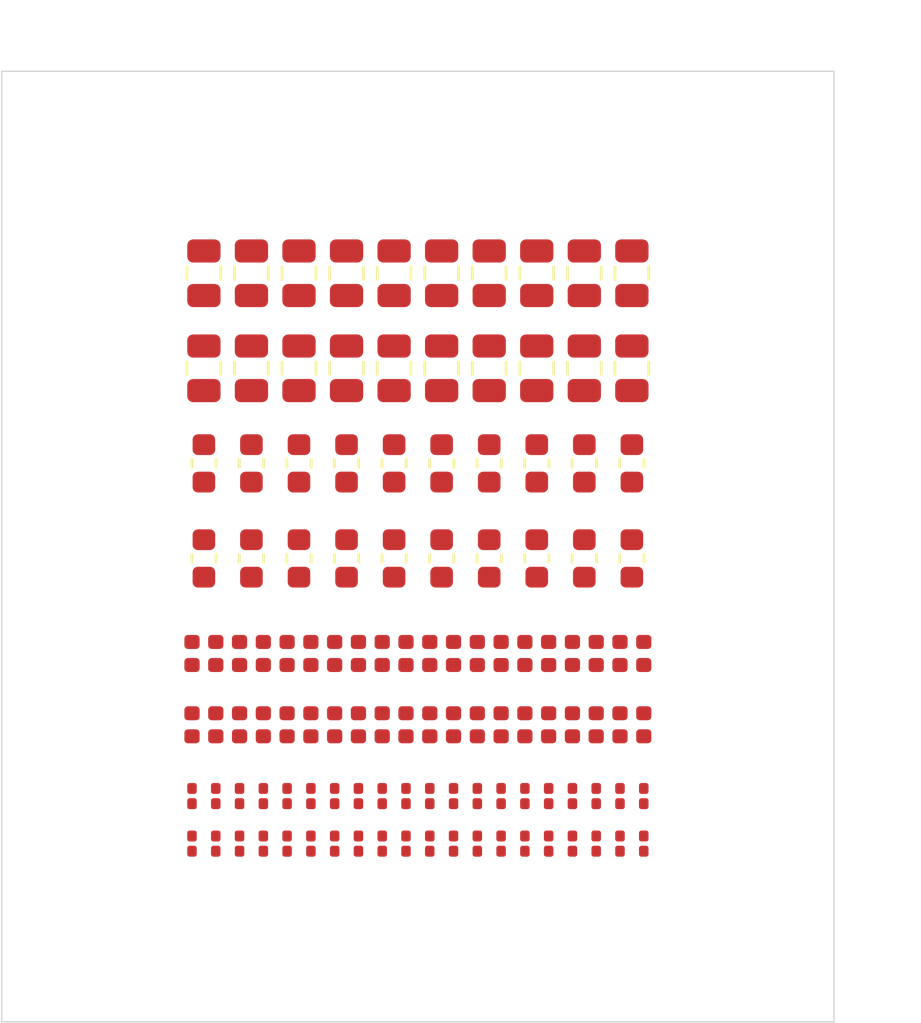
<source format=kicad_pcb>
(kicad_pcb (version 20171130) (host pcbnew "(5.1.6-0-10_14)")
  (layers (0 F.Cu signal) (31 B.Cu signal) (34 B.Paste user hide) (35 F.Paste user hide) (36 B.SilkS user hide) (37 F.SilkS user hide) (38 B.Mask user) (39 F.Mask user) (44 Edge.Cuts user))
  (net 0 "")
  (net 1 "Net-(C1-Pad2)")
  (net 2 "Net-(C1-Pad1)")
  (net 3 "Net-(C2-Pad2)")
  (net 4 "Net-(C2-Pad1)")
  (net 5 "Net-(C3-Pad2)")
  (net 6 "Net-(C3-Pad1)")
  (net 7 "Net-(C4-Pad2)")
  (net 8 "Net-(C4-Pad1)")
  (net 9 "Net-(C5-Pad2)")
  (net 10 "Net-(C5-Pad1)")
  (net 11 "Net-(C6-Pad2)")
  (net 12 "Net-(C6-Pad1)")
  (net 13 "Net-(C7-Pad2)")
  (net 14 "Net-(C7-Pad1)")
  (net 15 "Net-(C8-Pad2)")
  (net 16 "Net-(C8-Pad1)")
  (net 17 "Net-(C9-Pad2)")
  (net 18 "Net-(C9-Pad1)")
  (net 19 "Net-(C10-Pad2)")
  (net 20 "Net-(C10-Pad1)")
  (net 21 "Net-(C11-Pad2)")
  (net 22 "Net-(C11-Pad1)")
  (net 23 "Net-(C12-Pad2)")
  (net 24 "Net-(C12-Pad1)")
  (net 25 "Net-(C13-Pad2)")
  (net 26 "Net-(C13-Pad1)")
  (net 27 "Net-(C14-Pad2)")
  (net 28 "Net-(C14-Pad1)")
  (net 29 "Net-(C15-Pad2)")
  (net 30 "Net-(C15-Pad1)")
  (net 31 "Net-(C16-Pad2)")
  (net 32 "Net-(C16-Pad1)")
  (net 33 "Net-(C17-Pad2)")
  (net 34 "Net-(C17-Pad1)")
  (net 35 "Net-(C18-Pad2)")
  (net 36 "Net-(C18-Pad1)")
  (net 37 "Net-(C19-Pad2)")
  (net 38 "Net-(C19-Pad1)")
  (net 39 "Net-(C20-Pad2)")
  (net 40 "Net-(C20-Pad1)")
  (net 41 "Net-(C21-Pad2)")
  (net 42 "Net-(C21-Pad1)")
  (net 43 "Net-(C22-Pad2)")
  (net 44 "Net-(C22-Pad1)")
  (net 45 "Net-(C23-Pad2)")
  (net 46 "Net-(C23-Pad1)")
  (net 47 "Net-(C24-Pad2)")
  (net 48 "Net-(C24-Pad1)")
  (net 49 "Net-(C25-Pad2)")
  (net 50 "Net-(C25-Pad1)")
  (net 51 "Net-(C26-Pad2)")
  (net 52 "Net-(C26-Pad1)")
  (net 53 "Net-(C27-Pad2)")
  (net 54 "Net-(C27-Pad1)")
  (net 55 "Net-(C28-Pad2)")
  (net 56 "Net-(C28-Pad1)")
  (net 57 "Net-(C29-Pad2)")
  (net 58 "Net-(C29-Pad1)")
  (net 59 "Net-(C30-Pad2)")
  (net 60 "Net-(C30-Pad1)")
  (net 61 "Net-(C31-Pad2)")
  (net 62 "Net-(C31-Pad1)")
  (net 63 "Net-(C32-Pad2)")
  (net 64 "Net-(C32-Pad1)")
  (net 65 "Net-(C33-Pad2)")
  (net 66 "Net-(C33-Pad1)")
  (net 67 "Net-(C34-Pad2)")
  (net 68 "Net-(C34-Pad1)")
  (net 69 "Net-(C35-Pad2)")
  (net 70 "Net-(C35-Pad1)")
  (net 71 "Net-(C36-Pad2)")
  (net 72 "Net-(C36-Pad1)")
  (net 73 "Net-(C37-Pad2)")
  (net 74 "Net-(C37-Pad1)")
  (net 75 "Net-(C38-Pad2)")
  (net 76 "Net-(C38-Pad1)")
  (net 77 "Net-(C39-Pad2)")
  (net 78 "Net-(C39-Pad1)")
  (net 79 "Net-(C40-Pad2)")
  (net 80 "Net-(C40-Pad1)")
  (net 81 "Net-(C41-Pad2)")
  (net 82 "Net-(C41-Pad1)")
  (net 83 "Net-(C42-Pad2)")
  (net 84 "Net-(C42-Pad1)")
  (net 85 "Net-(C43-Pad2)")
  (net 86 "Net-(C43-Pad1)")
  (net 87 "Net-(C44-Pad2)")
  (net 88 "Net-(C44-Pad1)")
  (net 89 "Net-(C45-Pad2)")
  (net 90 "Net-(C45-Pad1)")
  (net 91 "Net-(C46-Pad2)")
  (net 92 "Net-(C46-Pad1)")
  (net 93 "Net-(C47-Pad2)")
  (net 94 "Net-(C47-Pad1)")
  (net 95 "Net-(C48-Pad2)")
  (net 96 "Net-(C48-Pad1)")
  (net 97 "Net-(C49-Pad2)")
  (net 98 "Net-(C49-Pad1)")
  (net 99 "Net-(C50-Pad2)")
  (net 100 "Net-(C50-Pad1)")
  (net 101 "Net-(C51-Pad2)")
  (net 102 "Net-(C51-Pad1)")
  (net 103 "Net-(C52-Pad2)")
  (net 104 "Net-(C52-Pad1)")
  (net 105 "Net-(C53-Pad2)")
  (net 106 "Net-(C53-Pad1)")
  (net 107 "Net-(C54-Pad2)")
  (net 108 "Net-(C54-Pad1)")
  (net 109 "Net-(C55-Pad2)")
  (net 110 "Net-(C55-Pad1)")
  (net 111 "Net-(C56-Pad2)")
  (net 112 "Net-(C56-Pad1)")
  (net 113 "Net-(C57-Pad2)")
  (net 114 "Net-(C57-Pad1)")
  (net 115 "Net-(C58-Pad2)")
  (net 116 "Net-(C58-Pad1)")
  (net 117 "Net-(C59-Pad2)")
  (net 118 "Net-(C59-Pad1)")
  (net 119 "Net-(C60-Pad2)")
  (net 120 "Net-(C60-Pad1)")
  (net 121 "Net-(C61-Pad2)")
  (net 122 "Net-(C61-Pad1)")
  (net 123 "Net-(C62-Pad2)")
  (net 124 "Net-(C62-Pad1)")
  (net 125 "Net-(C63-Pad2)")
  (net 126 "Net-(C63-Pad1)")
  (net 127 "Net-(C64-Pad2)")
  (net 128 "Net-(C64-Pad1)")
  (net 129 "Net-(C65-Pad2)")
  (net 130 "Net-(C65-Pad1)")
  (net 131 "Net-(C66-Pad2)")
  (net 132 "Net-(C66-Pad1)")
  (net 133 "Net-(C67-Pad2)")
  (net 134 "Net-(C67-Pad1)")
  (net 135 "Net-(C68-Pad2)")
  (net 136 "Net-(C68-Pad1)")
  (net 137 "Net-(C69-Pad2)")
  (net 138 "Net-(C69-Pad1)")
  (net 139 "Net-(C70-Pad2)")
  (net 140 "Net-(C70-Pad1)")
  (net 141 "Net-(C71-Pad2)")
  (net 142 "Net-(C71-Pad1)")
  (net 143 "Net-(C72-Pad2)")
  (net 144 "Net-(C72-Pad1)")
  (net 145 "Net-(C73-Pad2)")
  (net 146 "Net-(C73-Pad1)")
  (net 147 "Net-(C74-Pad2)")
  (net 148 "Net-(C74-Pad1)")
  (net 149 "Net-(C75-Pad2)")
  (net 150 "Net-(C75-Pad1)")
  (net 151 "Net-(C76-Pad2)")
  (net 152 "Net-(C76-Pad1)")
  (net 153 "Net-(C77-Pad2)")
  (net 154 "Net-(C77-Pad1)")
  (net 155 "Net-(C78-Pad2)")
  (net 156 "Net-(C78-Pad1)")
  (net 157 "Net-(C79-Pad2)")
  (net 158 "Net-(C79-Pad1)")
  (net 159 "Net-(C80-Pad2)")
  (net 160 "Net-(C80-Pad1)")
  (net 161 "Net-(C81-Pad2)")
  (net 162 "Net-(C81-Pad1)")
  (net 163 "Net-(C82-Pad2)")
  (net 164 "Net-(C82-Pad1)")
  (net 165 "Net-(C83-Pad2)")
  (net 166 "Net-(C83-Pad1)")
  (net 167 "Net-(C84-Pad2)")
  (net 168 "Net-(C84-Pad1)")
  (net 169 "Net-(C85-Pad2)")
  (net 170 "Net-(C85-Pad1)")
  (net 171 "Net-(C86-Pad2)")
  (net 172 "Net-(C86-Pad1)")
  (net 173 "Net-(C87-Pad2)")
  (net 174 "Net-(C87-Pad1)")
  (net 175 "Net-(C88-Pad2)")
  (net 176 "Net-(C88-Pad1)")
  (net 177 "Net-(C89-Pad2)")
  (net 178 "Net-(C89-Pad1)")
  (net 179 "Net-(C90-Pad2)")
  (net 180 "Net-(C90-Pad1)")
  (net 181 "Net-(C91-Pad2)")
  (net 182 "Net-(C91-Pad1)")
  (net 183 "Net-(C92-Pad2)")
  (net 184 "Net-(C92-Pad1)")
  (net 185 "Net-(C93-Pad2)")
  (net 186 "Net-(C93-Pad1)")
  (net 187 "Net-(C94-Pad2)")
  (net 188 "Net-(C94-Pad1)")
  (net 189 "Net-(C95-Pad2)")
  (net 190 "Net-(C95-Pad1)")
  (net 191 "Net-(C96-Pad2)")
  (net 192 "Net-(C96-Pad1)")
  (net 193 "Net-(C97-Pad2)")
  (net 194 "Net-(C97-Pad1)")
  (net 195 "Net-(C98-Pad2)")
  (net 196 "Net-(C98-Pad1)")
  (net 197 "Net-(C99-Pad2)")
  (net 198 "Net-(C99-Pad1)")
  (net 199 "Net-(C100-Pad2)")
  (net 200 "Net-(C100-Pad1)")
  (net 201 "Net-(C101-Pad2)")
  (net 202 "Net-(C101-Pad1)")
  (net 203 "Net-(C102-Pad2)")
  (net 204 "Net-(C102-Pad1)")
  (net 205 "Net-(C103-Pad2)")
  (net 206 "Net-(C103-Pad1)")
  (net 207 "Net-(C104-Pad2)")
  (net 208 "Net-(C104-Pad1)")
  (net 209 "Net-(C105-Pad2)")
  (net 210 "Net-(C105-Pad1)")
  (net 211 "Net-(C106-Pad2)")
  (net 212 "Net-(C106-Pad1)")
  (net 213 "Net-(C107-Pad2)")
  (net 214 "Net-(C107-Pad1)")
  (net 215 "Net-(C108-Pad2)")
  (net 216 "Net-(C108-Pad1)")
  (net 217 "Net-(C109-Pad2)")
  (net 218 "Net-(C109-Pad1)")
  (net 219 "Net-(C110-Pad2)")
  (net 220 "Net-(C110-Pad1)")
  (net 221 "Net-(C111-Pad2)")
  (net 222 "Net-(C111-Pad1)")
  (net 223 "Net-(C112-Pad2)")
  (net 224 "Net-(C112-Pad1)")
  (net 225 "Net-(C113-Pad2)")
  (net 226 "Net-(C113-Pad1)")
  (net 227 "Net-(C114-Pad2)")
  (net 228 "Net-(C114-Pad1)")
  (net 229 "Net-(C115-Pad2)")
  (net 230 "Net-(C115-Pad1)")
  (net 231 "Net-(C116-Pad2)")
  (net 232 "Net-(C116-Pad1)")
  (net 233 "Net-(C117-Pad2)")
  (net 234 "Net-(C117-Pad1)")
  (net 235 "Net-(C118-Pad2)")
  (net 236 "Net-(C118-Pad1)")
  (net 237 "Net-(C119-Pad2)")
  (net 238 "Net-(C119-Pad1)")
  (net 239 "Net-(C120-Pad2)")
  (net 240 "Net-(C120-Pad1)")
  (module Capacitor_SMD:C_0201_0603Metric (layer F.Cu) (at 141.5 93 270)
    (fp_text reference C120 hide)
    (fp_text value 100n hide)
    (pad 2 smd roundrect (at 0.32 0 270) (size 0.46 0.4) (layers F.Cu F.Mask) (net 239 "Net-(C120-Pad2)"))
    (pad 1 smd roundrect (at -0.32 0 270) (size 0.46 0.4) (layers F.Cu F.Mask) (net 240 "Net-(C120-Pad1)"))
  )
  (module Capacitor_SMD:C_0201_0603Metric (layer F.Cu) (at 140.5 93 270)
    (fp_text reference C119 hide)
    (fp_text value 100n hide)
    (pad 2 smd roundrect (at 0.32 0 270) (size 0.46 0.4) (layers F.Cu F.Mask) (net 237 "Net-(C119-Pad2)"))
    (pad 1 smd roundrect (at -0.32 0 270) (size 0.46 0.4) (layers F.Cu F.Mask) (net 238 "Net-(C119-Pad1)"))
  )
  (module Capacitor_SMD:C_0201_0603Metric (layer F.Cu) (at 139.5 93 270)
    (fp_text reference C118 hide)
    (fp_text value 100n hide)
    (pad 2 smd roundrect (at 0.32 0 270) (size 0.46 0.4) (layers F.Cu F.Mask) (net 235 "Net-(C118-Pad2)"))
    (pad 1 smd roundrect (at -0.32 0 270) (size 0.46 0.4) (layers F.Cu F.Mask) (net 236 "Net-(C118-Pad1)"))
  )
  (module Capacitor_SMD:C_0201_0603Metric (layer F.Cu) (at 138.5 93 270)
    (fp_text reference C117 hide)
    (fp_text value 100n hide)
    (pad 2 smd roundrect (at 0.32 0 270) (size 0.46 0.4) (layers F.Cu F.Mask) (net 233 "Net-(C117-Pad2)"))
    (pad 1 smd roundrect (at -0.32 0 270) (size 0.46 0.4) (layers F.Cu F.Mask) (net 234 "Net-(C117-Pad1)"))
  )
  (module Capacitor_SMD:C_0201_0603Metric (layer F.Cu) (at 137.5 93 270)
    (fp_text reference C116 hide)
    (fp_text value 100n hide)
    (pad 2 smd roundrect (at 0.32 0 270) (size 0.46 0.4) (layers F.Cu F.Mask) (net 231 "Net-(C116-Pad2)"))
    (pad 1 smd roundrect (at -0.32 0 270) (size 0.46 0.4) (layers F.Cu F.Mask) (net 232 "Net-(C116-Pad1)"))
  )
  (module Capacitor_SMD:C_0201_0603Metric (layer F.Cu) (at 136.5 93 270)
    (fp_text reference C115 hide)
    (fp_text value 100n hide)
    (pad 2 smd roundrect (at 0.32 0 270) (size 0.46 0.4) (layers F.Cu F.Mask) (net 229 "Net-(C115-Pad2)"))
    (pad 1 smd roundrect (at -0.32 0 270) (size 0.46 0.4) (layers F.Cu F.Mask) (net 230 "Net-(C115-Pad1)"))
  )
  (module Capacitor_SMD:C_0201_0603Metric (layer F.Cu) (at 135.5 93 270)
    (fp_text reference C114 hide)
    (fp_text value 100n hide)
    (pad 2 smd roundrect (at 0.32 0 270) (size 0.46 0.4) (layers F.Cu F.Mask) (net 227 "Net-(C114-Pad2)"))
    (pad 1 smd roundrect (at -0.32 0 270) (size 0.46 0.4) (layers F.Cu F.Mask) (net 228 "Net-(C114-Pad1)"))
  )
  (module Capacitor_SMD:C_0201_0603Metric (layer F.Cu) (at 134.5 93 270)
    (fp_text reference C113 hide)
    (fp_text value 100n hide)
    (pad 2 smd roundrect (at 0.32 0 270) (size 0.46 0.4) (layers F.Cu F.Mask) (net 225 "Net-(C113-Pad2)"))
    (pad 1 smd roundrect (at -0.32 0 270) (size 0.46 0.4) (layers F.Cu F.Mask) (net 226 "Net-(C113-Pad1)"))
  )
  (module Capacitor_SMD:C_0201_0603Metric (layer F.Cu) (at 133.5 93 270)
    (fp_text reference C112 hide)
    (fp_text value 100n hide)
    (pad 2 smd roundrect (at 0.32 0 270) (size 0.46 0.4) (layers F.Cu F.Mask) (net 223 "Net-(C112-Pad2)"))
    (pad 1 smd roundrect (at -0.32 0 270) (size 0.46 0.4) (layers F.Cu F.Mask) (net 224 "Net-(C112-Pad1)"))
  )
  (module Capacitor_SMD:C_0201_0603Metric (layer F.Cu) (at 132.5 93 270)
    (fp_text reference C111 hide)
    (fp_text value 100n hide)
    (pad 2 smd roundrect (at 0.32 0 270) (size 0.46 0.4) (layers F.Cu F.Mask) (net 221 "Net-(C111-Pad2)"))
    (pad 1 smd roundrect (at -0.32 0 270) (size 0.46 0.4) (layers F.Cu F.Mask) (net 222 "Net-(C111-Pad1)"))
  )
  (module Capacitor_SMD:C_0201_0603Metric (layer F.Cu) (at 131.5 93 270)
    (fp_text reference C110 hide)
    (fp_text value 100n hide)
    (pad 2 smd roundrect (at 0.32 0 270) (size 0.46 0.4) (layers F.Cu F.Mask) (net 219 "Net-(C110-Pad2)"))
    (pad 1 smd roundrect (at -0.32 0 270) (size 0.46 0.4) (layers F.Cu F.Mask) (net 220 "Net-(C110-Pad1)"))
  )
  (module Capacitor_SMD:C_0201_0603Metric (layer F.Cu) (at 130.5 93 270)
    (fp_text reference C109 hide)
    (fp_text value 100n hide)
    (pad 2 smd roundrect (at 0.32 0 270) (size 0.46 0.4) (layers F.Cu F.Mask) (net 217 "Net-(C109-Pad2)"))
    (pad 1 smd roundrect (at -0.32 0 270) (size 0.46 0.4) (layers F.Cu F.Mask) (net 218 "Net-(C109-Pad1)"))
  )
  (module Capacitor_SMD:C_0201_0603Metric (layer F.Cu) (at 129.5 93 270)
    (fp_text reference C108 hide)
    (fp_text value 100n hide)
    (pad 2 smd roundrect (at 0.32 0 270) (size 0.46 0.4) (layers F.Cu F.Mask) (net 215 "Net-(C108-Pad2)"))
    (pad 1 smd roundrect (at -0.32 0 270) (size 0.46 0.4) (layers F.Cu F.Mask) (net 216 "Net-(C108-Pad1)"))
  )
  (module Capacitor_SMD:C_0201_0603Metric (layer F.Cu) (at 128.5 93 270)
    (fp_text reference C107 hide)
    (fp_text value 100n hide)
    (pad 2 smd roundrect (at 0.32 0 270) (size 0.46 0.4) (layers F.Cu F.Mask) (net 213 "Net-(C107-Pad2)"))
    (pad 1 smd roundrect (at -0.32 0 270) (size 0.46 0.4) (layers F.Cu F.Mask) (net 214 "Net-(C107-Pad1)"))
  )
  (module Capacitor_SMD:C_0201_0603Metric (layer F.Cu) (at 127.5 93 270)
    (fp_text reference C106 hide)
    (fp_text value 100n hide)
    (pad 2 smd roundrect (at 0.32 0 270) (size 0.46 0.4) (layers F.Cu F.Mask) (net 211 "Net-(C106-Pad2)"))
    (pad 1 smd roundrect (at -0.32 0 270) (size 0.46 0.4) (layers F.Cu F.Mask) (net 212 "Net-(C106-Pad1)"))
  )
  (module Capacitor_SMD:C_0201_0603Metric (layer F.Cu) (at 126.5 93 270)
    (fp_text reference C105 hide)
    (fp_text value 100n hide)
    (pad 2 smd roundrect (at 0.32 0 270) (size 0.46 0.4) (layers F.Cu F.Mask) (net 209 "Net-(C105-Pad2)"))
    (pad 1 smd roundrect (at -0.32 0 270) (size 0.46 0.4) (layers F.Cu F.Mask) (net 210 "Net-(C105-Pad1)"))
  )
  (module Capacitor_SMD:C_0201_0603Metric (layer F.Cu) (at 125.5 93 270)
    (fp_text reference C104 hide)
    (fp_text value 100n hide)
    (pad 2 smd roundrect (at 0.32 0 270) (size 0.46 0.4) (layers F.Cu F.Mask) (net 207 "Net-(C104-Pad2)"))
    (pad 1 smd roundrect (at -0.32 0 270) (size 0.46 0.4) (layers F.Cu F.Mask) (net 208 "Net-(C104-Pad1)"))
  )
  (module Capacitor_SMD:C_0201_0603Metric (layer F.Cu) (at 124.5 93 270)
    (fp_text reference C103 hide)
    (fp_text value 100n hide)
    (pad 2 smd roundrect (at 0.32 0 270) (size 0.46 0.4) (layers F.Cu F.Mask) (net 205 "Net-(C103-Pad2)"))
    (pad 1 smd roundrect (at -0.32 0 270) (size 0.46 0.4) (layers F.Cu F.Mask) (net 206 "Net-(C103-Pad1)"))
  )
  (module Capacitor_SMD:C_0201_0603Metric (layer F.Cu) (at 123.5 93 270)
    (fp_text reference C102 hide)
    (fp_text value 100n hide)
    (pad 2 smd roundrect (at 0.32 0 270) (size 0.46 0.4) (layers F.Cu F.Mask) (net 203 "Net-(C102-Pad2)"))
    (pad 1 smd roundrect (at -0.32 0 270) (size 0.46 0.4) (layers F.Cu F.Mask) (net 204 "Net-(C102-Pad1)"))
  )
  (module Capacitor_SMD:C_0201_0603Metric (layer F.Cu) (at 122.5 93 270)
    (fp_text reference C101 hide)
    (fp_text value 100n hide)
    (pad 2 smd roundrect (at 0.32 0 270) (size 0.46 0.4) (layers F.Cu F.Mask) (net 201 "Net-(C101-Pad2)"))
    (pad 1 smd roundrect (at -0.32 0 270) (size 0.46 0.4) (layers F.Cu F.Mask) (net 202 "Net-(C101-Pad1)"))
  )
  (module Capacitor_SMD:C_0402_1005Metric (layer F.Cu) (at 141.5 88 270)
    (fp_text reference C80 hide)
    (fp_text value 100n hide)
    (pad 2 smd roundrect (at 0.485 0 270) (size 0.59 0.64) (layers F.Cu F.Paste F.Mask) (net 159 "Net-(C80-Pad2)"))
    (pad 1 smd roundrect (at -0.485 0 270) (size 0.59 0.64) (layers F.Cu F.Paste F.Mask) (net 160 "Net-(C80-Pad1)"))
  )
  (module Capacitor_SMD:C_0402_1005Metric (layer F.Cu) (at 140.5 88 270)
    (fp_text reference C79 hide)
    (fp_text value 100n hide)
    (pad 2 smd roundrect (at 0.485 0 270) (size 0.59 0.64) (layers F.Cu F.Paste F.Mask) (net 157 "Net-(C79-Pad2)"))
    (pad 1 smd roundrect (at -0.485 0 270) (size 0.59 0.64) (layers F.Cu F.Paste F.Mask) (net 158 "Net-(C79-Pad1)"))
  )
  (module Capacitor_SMD:C_0402_1005Metric (layer F.Cu) (at 139.5 88 270)
    (fp_text reference C78 hide)
    (fp_text value 100n hide)
    (pad 2 smd roundrect (at 0.485 0 270) (size 0.59 0.64) (layers F.Cu F.Paste F.Mask) (net 155 "Net-(C78-Pad2)"))
    (pad 1 smd roundrect (at -0.485 0 270) (size 0.59 0.64) (layers F.Cu F.Paste F.Mask) (net 156 "Net-(C78-Pad1)"))
  )
  (module Capacitor_SMD:C_0402_1005Metric (layer F.Cu) (at 138.5 88 270)
    (fp_text reference C77 hide)
    (fp_text value 100n hide)
    (pad 2 smd roundrect (at 0.485 0 270) (size 0.59 0.64) (layers F.Cu F.Paste F.Mask) (net 153 "Net-(C77-Pad2)"))
    (pad 1 smd roundrect (at -0.485 0 270) (size 0.59 0.64) (layers F.Cu F.Paste F.Mask) (net 154 "Net-(C77-Pad1)"))
  )
  (module Capacitor_SMD:C_0402_1005Metric (layer F.Cu) (at 137.5 88 270)
    (fp_text reference C76 hide)
    (fp_text value 100n hide)
    (pad 2 smd roundrect (at 0.485 0 270) (size 0.59 0.64) (layers F.Cu F.Paste F.Mask) (net 151 "Net-(C76-Pad2)"))
    (pad 1 smd roundrect (at -0.485 0 270) (size 0.59 0.64) (layers F.Cu F.Paste F.Mask) (net 152 "Net-(C76-Pad1)"))
  )
  (module Capacitor_SMD:C_0402_1005Metric (layer F.Cu) (at 136.5 88 270)
    (fp_text reference C75 hide)
    (fp_text value 100n hide)
    (pad 2 smd roundrect (at 0.485 0 270) (size 0.59 0.64) (layers F.Cu F.Paste F.Mask) (net 149 "Net-(C75-Pad2)"))
    (pad 1 smd roundrect (at -0.485 0 270) (size 0.59 0.64) (layers F.Cu F.Paste F.Mask) (net 150 "Net-(C75-Pad1)"))
  )
  (module Capacitor_SMD:C_0402_1005Metric (layer F.Cu) (at 135.5 88 270)
    (fp_text reference C74 hide)
    (fp_text value 100n hide)
    (pad 2 smd roundrect (at 0.485 0 270) (size 0.59 0.64) (layers F.Cu F.Paste F.Mask) (net 147 "Net-(C74-Pad2)"))
    (pad 1 smd roundrect (at -0.485 0 270) (size 0.59 0.64) (layers F.Cu F.Paste F.Mask) (net 148 "Net-(C74-Pad1)"))
  )
  (module Capacitor_SMD:C_0402_1005Metric (layer F.Cu) (at 134.5 88 270)
    (fp_text reference C73 hide)
    (fp_text value 100n hide)
    (pad 2 smd roundrect (at 0.485 0 270) (size 0.59 0.64) (layers F.Cu F.Paste F.Mask) (net 145 "Net-(C73-Pad2)"))
    (pad 1 smd roundrect (at -0.485 0 270) (size 0.59 0.64) (layers F.Cu F.Paste F.Mask) (net 146 "Net-(C73-Pad1)"))
  )
  (module Capacitor_SMD:C_0402_1005Metric (layer F.Cu) (at 133.5 88 270)
    (fp_text reference C72 hide)
    (fp_text value 100n hide)
    (pad 2 smd roundrect (at 0.485 0 270) (size 0.59 0.64) (layers F.Cu F.Paste F.Mask) (net 143 "Net-(C72-Pad2)"))
    (pad 1 smd roundrect (at -0.485 0 270) (size 0.59 0.64) (layers F.Cu F.Paste F.Mask) (net 144 "Net-(C72-Pad1)"))
  )
  (module Capacitor_SMD:C_0402_1005Metric (layer F.Cu) (at 132.5 88 270)
    (fp_text reference C71 hide)
    (fp_text value 100n hide)
    (pad 2 smd roundrect (at 0.485 0 270) (size 0.59 0.64) (layers F.Cu F.Paste F.Mask) (net 141 "Net-(C71-Pad2)"))
    (pad 1 smd roundrect (at -0.485 0 270) (size 0.59 0.64) (layers F.Cu F.Paste F.Mask) (net 142 "Net-(C71-Pad1)"))
  )
  (module Capacitor_SMD:C_0402_1005Metric (layer F.Cu) (at 131.5 88 270)
    (fp_text reference C70 hide)
    (fp_text value 100n hide)
    (pad 2 smd roundrect (at 0.485 0 270) (size 0.59 0.64) (layers F.Cu F.Paste F.Mask) (net 139 "Net-(C70-Pad2)"))
    (pad 1 smd roundrect (at -0.485 0 270) (size 0.59 0.64) (layers F.Cu F.Paste F.Mask) (net 140 "Net-(C70-Pad1)"))
  )
  (module Capacitor_SMD:C_0402_1005Metric (layer F.Cu) (at 130.5 88 270)
    (fp_text reference C69 hide)
    (fp_text value 100n hide)
    (pad 2 smd roundrect (at 0.485 0 270) (size 0.59 0.64) (layers F.Cu F.Paste F.Mask) (net 137 "Net-(C69-Pad2)"))
    (pad 1 smd roundrect (at -0.485 0 270) (size 0.59 0.64) (layers F.Cu F.Paste F.Mask) (net 138 "Net-(C69-Pad1)"))
  )
  (module Capacitor_SMD:C_0402_1005Metric (layer F.Cu) (at 129.5 88 270)
    (fp_text reference C68 hide)
    (fp_text value 100n hide)
    (pad 2 smd roundrect (at 0.485 0 270) (size 0.59 0.64) (layers F.Cu F.Paste F.Mask) (net 135 "Net-(C68-Pad2)"))
    (pad 1 smd roundrect (at -0.485 0 270) (size 0.59 0.64) (layers F.Cu F.Paste F.Mask) (net 136 "Net-(C68-Pad1)"))
  )
  (module Capacitor_SMD:C_0402_1005Metric (layer F.Cu) (at 128.5 88 270)
    (fp_text reference C67 hide)
    (fp_text value 100n hide)
    (pad 2 smd roundrect (at 0.485 0 270) (size 0.59 0.64) (layers F.Cu F.Paste F.Mask) (net 133 "Net-(C67-Pad2)"))
    (pad 1 smd roundrect (at -0.485 0 270) (size 0.59 0.64) (layers F.Cu F.Paste F.Mask) (net 134 "Net-(C67-Pad1)"))
  )
  (module Capacitor_SMD:C_0402_1005Metric (layer F.Cu) (at 127.5 88 270)
    (fp_text reference C66 hide)
    (fp_text value 100n hide)
    (pad 2 smd roundrect (at 0.485 0 270) (size 0.59 0.64) (layers F.Cu F.Paste F.Mask) (net 131 "Net-(C66-Pad2)"))
    (pad 1 smd roundrect (at -0.485 0 270) (size 0.59 0.64) (layers F.Cu F.Paste F.Mask) (net 132 "Net-(C66-Pad1)"))
  )
  (module Capacitor_SMD:C_0402_1005Metric (layer F.Cu) (at 126.5 88 270)
    (fp_text reference C65 hide)
    (fp_text value 100n hide)
    (pad 2 smd roundrect (at 0.485 0 270) (size 0.59 0.64) (layers F.Cu F.Paste F.Mask) (net 129 "Net-(C65-Pad2)"))
    (pad 1 smd roundrect (at -0.485 0 270) (size 0.59 0.64) (layers F.Cu F.Paste F.Mask) (net 130 "Net-(C65-Pad1)"))
  )
  (module Capacitor_SMD:C_0402_1005Metric (layer F.Cu) (at 125.5 88 270)
    (fp_text reference C64 hide)
    (fp_text value 100n hide)
    (pad 2 smd roundrect (at 0.485 0 270) (size 0.59 0.64) (layers F.Cu F.Paste F.Mask) (net 127 "Net-(C64-Pad2)"))
    (pad 1 smd roundrect (at -0.485 0 270) (size 0.59 0.64) (layers F.Cu F.Paste F.Mask) (net 128 "Net-(C64-Pad1)"))
  )
  (module Capacitor_SMD:C_0402_1005Metric (layer F.Cu) (at 124.5 88 270)
    (fp_text reference C63 hide)
    (fp_text value 100n hide)
    (pad 2 smd roundrect (at 0.485 0 270) (size 0.59 0.64) (layers F.Cu F.Paste F.Mask) (net 125 "Net-(C63-Pad2)"))
    (pad 1 smd roundrect (at -0.485 0 270) (size 0.59 0.64) (layers F.Cu F.Paste F.Mask) (net 126 "Net-(C63-Pad1)"))
  )
  (module Capacitor_SMD:C_0402_1005Metric (layer F.Cu) (at 123.5 88 270)
    (fp_text reference C62 hide)
    (fp_text value 100n hide)
    (pad 2 smd roundrect (at 0.485 0 270) (size 0.59 0.64) (layers F.Cu F.Paste F.Mask) (net 123 "Net-(C62-Pad2)"))
    (pad 1 smd roundrect (at -0.485 0 270) (size 0.59 0.64) (layers F.Cu F.Paste F.Mask) (net 124 "Net-(C62-Pad1)"))
  )
  (module Capacitor_SMD:C_0402_1005Metric (layer F.Cu) (at 122.5 88 90)
    (fp_text reference C61 hide)
    (fp_text value 100n hide)
    (pad 2 smd roundrect (at 0.485 0 90) (size 0.59 0.64) (layers F.Cu F.Paste F.Mask) (net 121 "Net-(C61-Pad2)"))
    (pad 1 smd roundrect (at -0.485 0 90) (size 0.59 0.64) (layers F.Cu F.Paste F.Mask) (net 122 "Net-(C61-Pad1)"))
  )
  (module Capacitor_SMD:C_0201_0603Metric (layer F.Cu) (at 141.5 91 270)
    (fp_text reference C100 hide)
    (fp_text value 100n hide)
    (pad 2 smd roundrect (at 0.32 0 270) (size 0.46 0.4) (layers F.Cu F.Mask) (net 199 "Net-(C100-Pad2)"))
    (pad 1 smd roundrect (at -0.32 0 270) (size 0.46 0.4) (layers F.Cu F.Mask) (net 200 "Net-(C100-Pad1)"))
  )
  (module Capacitor_SMD:C_0201_0603Metric (layer F.Cu) (at 140.5 91 270)
    (fp_text reference C99 hide)
    (fp_text value 100n hide)
    (pad 2 smd roundrect (at 0.32 0 270) (size 0.46 0.4) (layers F.Cu F.Mask) (net 197 "Net-(C99-Pad2)"))
    (pad 1 smd roundrect (at -0.32 0 270) (size 0.46 0.4) (layers F.Cu F.Mask) (net 198 "Net-(C99-Pad1)"))
  )
  (module Capacitor_SMD:C_0201_0603Metric (layer F.Cu) (at 139.5 91 270)
    (fp_text reference C98 hide)
    (fp_text value 100n hide)
    (pad 2 smd roundrect (at 0.32 0 270) (size 0.46 0.4) (layers F.Cu F.Mask) (net 195 "Net-(C98-Pad2)"))
    (pad 1 smd roundrect (at -0.32 0 270) (size 0.46 0.4) (layers F.Cu F.Mask) (net 196 "Net-(C98-Pad1)"))
  )
  (module Capacitor_SMD:C_0201_0603Metric (layer F.Cu) (at 138.5 91 270)
    (fp_text reference C97 hide)
    (fp_text value 100n hide)
    (pad 2 smd roundrect (at 0.32 0 270) (size 0.46 0.4) (layers F.Cu F.Mask) (net 193 "Net-(C97-Pad2)"))
    (pad 1 smd roundrect (at -0.32 0 270) (size 0.46 0.4) (layers F.Cu F.Mask) (net 194 "Net-(C97-Pad1)"))
  )
  (module Capacitor_SMD:C_0201_0603Metric (layer F.Cu) (at 137.5 91 270)
    (fp_text reference C96 hide)
    (fp_text value 100n hide)
    (pad 2 smd roundrect (at 0.32 0 270) (size 0.46 0.4) (layers F.Cu F.Mask) (net 191 "Net-(C96-Pad2)"))
    (pad 1 smd roundrect (at -0.32 0 270) (size 0.46 0.4) (layers F.Cu F.Mask) (net 192 "Net-(C96-Pad1)"))
  )
  (module Capacitor_SMD:C_0201_0603Metric (layer F.Cu) (at 136.5 91 270)
    (fp_text reference C95 hide)
    (fp_text value 100n hide)
    (pad 2 smd roundrect (at 0.32 0 270) (size 0.46 0.4) (layers F.Cu F.Mask) (net 189 "Net-(C95-Pad2)"))
    (pad 1 smd roundrect (at -0.32 0 270) (size 0.46 0.4) (layers F.Cu F.Mask) (net 190 "Net-(C95-Pad1)"))
  )
  (module Capacitor_SMD:C_0201_0603Metric (layer F.Cu) (at 135.5 91 270)
    (fp_text reference C94 hide)
    (fp_text value 100n hide)
    (pad 2 smd roundrect (at 0.32 0 270) (size 0.46 0.4) (layers F.Cu F.Mask) (net 187 "Net-(C94-Pad2)"))
    (pad 1 smd roundrect (at -0.32 0 270) (size 0.46 0.4) (layers F.Cu F.Mask) (net 188 "Net-(C94-Pad1)"))
  )
  (module Capacitor_SMD:C_0201_0603Metric (layer F.Cu) (at 134.5 91 270)
    (fp_text reference C93 hide)
    (fp_text value 100n hide)
    (pad 2 smd roundrect (at 0.32 0 270) (size 0.46 0.4) (layers F.Cu F.Mask) (net 185 "Net-(C93-Pad2)"))
    (pad 1 smd roundrect (at -0.32 0 270) (size 0.46 0.4) (layers F.Cu F.Mask) (net 186 "Net-(C93-Pad1)"))
  )
  (module Capacitor_SMD:C_0201_0603Metric (layer F.Cu) (at 133.5 91 270)
    (fp_text reference C92 hide)
    (fp_text value 100n hide)
    (pad 2 smd roundrect (at 0.32 0 270) (size 0.46 0.4) (layers F.Cu F.Mask) (net 183 "Net-(C92-Pad2)"))
    (pad 1 smd roundrect (at -0.32 0 270) (size 0.46 0.4) (layers F.Cu F.Mask) (net 184 "Net-(C92-Pad1)"))
  )
  (module Capacitor_SMD:C_0201_0603Metric (layer F.Cu) (at 132.5 91 270)
    (fp_text reference C91 hide)
    (fp_text value 100n hide)
    (pad 2 smd roundrect (at 0.32 0 270) (size 0.46 0.4) (layers F.Cu F.Mask) (net 181 "Net-(C91-Pad2)"))
    (pad 1 smd roundrect (at -0.32 0 270) (size 0.46 0.4) (layers F.Cu F.Mask) (net 182 "Net-(C91-Pad1)"))
  )
  (module Capacitor_SMD:C_0201_0603Metric (layer F.Cu) (at 131.5 91 270)
    (fp_text reference C90 hide)
    (fp_text value 100n hide)
    (pad 2 smd roundrect (at 0.32 0 270) (size 0.46 0.4) (layers F.Cu F.Mask) (net 179 "Net-(C90-Pad2)"))
    (pad 1 smd roundrect (at -0.32 0 270) (size 0.46 0.4) (layers F.Cu F.Mask) (net 180 "Net-(C90-Pad1)"))
  )
  (module Capacitor_SMD:C_0201_0603Metric (layer F.Cu) (at 130.5 91 270)
    (fp_text reference C89 hide)
    (fp_text value 100n hide)
    (pad 2 smd roundrect (at 0.32 0 270) (size 0.46 0.4) (layers F.Cu F.Mask) (net 177 "Net-(C89-Pad2)"))
    (pad 1 smd roundrect (at -0.32 0 270) (size 0.46 0.4) (layers F.Cu F.Mask) (net 178 "Net-(C89-Pad1)"))
  )
  (module Capacitor_SMD:C_0201_0603Metric (layer F.Cu) (at 129.5 91 270)
    (fp_text reference C88 hide)
    (fp_text value 100n hide)
    (pad 2 smd roundrect (at 0.32 0 270) (size 0.46 0.4) (layers F.Cu F.Mask) (net 175 "Net-(C88-Pad2)"))
    (pad 1 smd roundrect (at -0.32 0 270) (size 0.46 0.4) (layers F.Cu F.Mask) (net 176 "Net-(C88-Pad1)"))
  )
  (module Capacitor_SMD:C_0201_0603Metric (layer F.Cu) (at 128.5 91 270)
    (fp_text reference C87 hide)
    (fp_text value 100n hide)
    (pad 2 smd roundrect (at 0.32 0 270) (size 0.46 0.4) (layers F.Cu F.Mask) (net 173 "Net-(C87-Pad2)"))
    (pad 1 smd roundrect (at -0.32 0 270) (size 0.46 0.4) (layers F.Cu F.Mask) (net 174 "Net-(C87-Pad1)"))
  )
  (module Capacitor_SMD:C_0201_0603Metric (layer F.Cu) (at 127.5 91 270)
    (fp_text reference C86 hide)
    (fp_text value 100n hide)
    (pad 2 smd roundrect (at 0.32 0 270) (size 0.46 0.4) (layers F.Cu F.Mask) (net 171 "Net-(C86-Pad2)"))
    (pad 1 smd roundrect (at -0.32 0 270) (size 0.46 0.4) (layers F.Cu F.Mask) (net 172 "Net-(C86-Pad1)"))
  )
  (module Capacitor_SMD:C_0201_0603Metric (layer F.Cu) (at 126.5 91 270)
    (fp_text reference C85 hide)
    (fp_text value 100n hide)
    (pad 2 smd roundrect (at 0.32 0 270) (size 0.46 0.4) (layers F.Cu F.Mask) (net 169 "Net-(C85-Pad2)"))
    (pad 1 smd roundrect (at -0.32 0 270) (size 0.46 0.4) (layers F.Cu F.Mask) (net 170 "Net-(C85-Pad1)"))
  )
  (module Capacitor_SMD:C_0201_0603Metric (layer F.Cu) (at 125.5 91 270)
    (fp_text reference C84 hide)
    (fp_text value 100n hide)
    (pad 2 smd roundrect (at 0.32 0 270) (size 0.46 0.4) (layers F.Cu F.Mask) (net 167 "Net-(C84-Pad2)"))
    (pad 1 smd roundrect (at -0.32 0 270) (size 0.46 0.4) (layers F.Cu F.Mask) (net 168 "Net-(C84-Pad1)"))
  )
  (module Capacitor_SMD:C_0201_0603Metric (layer F.Cu) (at 124.5 91 270)
    (fp_text reference C83 hide)
    (fp_text value 100n hide)
    (pad 2 smd roundrect (at 0.32 0 270) (size 0.46 0.4) (layers F.Cu F.Mask) (net 165 "Net-(C83-Pad2)"))
    (pad 1 smd roundrect (at -0.32 0 270) (size 0.46 0.4) (layers F.Cu F.Mask) (net 166 "Net-(C83-Pad1)"))
  )
  (module Capacitor_SMD:C_0201_0603Metric (layer F.Cu) (at 123.5 91 270)
    (fp_text reference C82 hide)
    (fp_text value 100n hide)
    (pad 2 smd roundrect (at 0.32 0 270) (size 0.46 0.4) (layers F.Cu F.Mask) (net 163 "Net-(C82-Pad2)"))
    (pad 1 smd roundrect (at -0.32 0 270) (size 0.46 0.4) (layers F.Cu F.Mask) (net 164 "Net-(C82-Pad1)"))
  )
  (module Capacitor_SMD:C_0201_0603Metric (layer F.Cu) (at 122.5 91 270)
    (fp_text reference C81 hide)
    (fp_text value 100n hide)
    (pad 2 smd roundrect (at 0.32 0 270) (size 0.46 0.4) (layers F.Cu F.Mask) (net 161 "Net-(C81-Pad2)"))
    (pad 1 smd roundrect (at -0.32 0 270) (size 0.46 0.4) (layers F.Cu F.Mask) (net 162 "Net-(C81-Pad1)"))
  )
  (module Capacitor_SMD:C_0402_1005Metric (layer F.Cu) (at 141.5 85 270)
    (fp_text reference C60 hide)
    (fp_text value 100n hide)
    (pad 2 smd roundrect (at 0.485 0 270) (size 0.59 0.64) (layers F.Cu F.Paste F.Mask) (net 119 "Net-(C60-Pad2)"))
    (pad 1 smd roundrect (at -0.485 0 270) (size 0.59 0.64) (layers F.Cu F.Paste F.Mask) (net 120 "Net-(C60-Pad1)"))
  )
  (module Capacitor_SMD:C_0402_1005Metric (layer F.Cu) (at 140.5 85 270)
    (fp_text reference C59 hide)
    (fp_text value 100n hide)
    (pad 2 smd roundrect (at 0.485 0 270) (size 0.59 0.64) (layers F.Cu F.Paste F.Mask) (net 117 "Net-(C59-Pad2)"))
    (pad 1 smd roundrect (at -0.485 0 270) (size 0.59 0.64) (layers F.Cu F.Paste F.Mask) (net 118 "Net-(C59-Pad1)"))
  )
  (module Capacitor_SMD:C_0402_1005Metric (layer F.Cu) (at 139.5 85 270)
    (fp_text reference C58 hide)
    (fp_text value 100n hide)
    (pad 2 smd roundrect (at 0.485 0 270) (size 0.59 0.64) (layers F.Cu F.Paste F.Mask) (net 115 "Net-(C58-Pad2)"))
    (pad 1 smd roundrect (at -0.485 0 270) (size 0.59 0.64) (layers F.Cu F.Paste F.Mask) (net 116 "Net-(C58-Pad1)"))
  )
  (module Capacitor_SMD:C_0402_1005Metric (layer F.Cu) (at 138.5 85 270)
    (fp_text reference C57 hide)
    (fp_text value 100n hide)
    (pad 2 smd roundrect (at 0.485 0 270) (size 0.59 0.64) (layers F.Cu F.Paste F.Mask) (net 113 "Net-(C57-Pad2)"))
    (pad 1 smd roundrect (at -0.485 0 270) (size 0.59 0.64) (layers F.Cu F.Paste F.Mask) (net 114 "Net-(C57-Pad1)"))
  )
  (module Capacitor_SMD:C_0402_1005Metric (layer F.Cu) (at 137.5 85 270)
    (fp_text reference C56 hide)
    (fp_text value 100n hide)
    (pad 2 smd roundrect (at 0.485 0 270) (size 0.59 0.64) (layers F.Cu F.Paste F.Mask) (net 111 "Net-(C56-Pad2)"))
    (pad 1 smd roundrect (at -0.485 0 270) (size 0.59 0.64) (layers F.Cu F.Paste F.Mask) (net 112 "Net-(C56-Pad1)"))
  )
  (module Capacitor_SMD:C_0402_1005Metric (layer F.Cu) (at 136.5 85 270)
    (fp_text reference C55 hide)
    (fp_text value 100n hide)
    (pad 2 smd roundrect (at 0.485 0 270) (size 0.59 0.64) (layers F.Cu F.Paste F.Mask) (net 109 "Net-(C55-Pad2)"))
    (pad 1 smd roundrect (at -0.485 0 270) (size 0.59 0.64) (layers F.Cu F.Paste F.Mask) (net 110 "Net-(C55-Pad1)"))
  )
  (module Capacitor_SMD:C_0402_1005Metric (layer F.Cu) (at 135.5 85 270)
    (fp_text reference C54 hide)
    (fp_text value 100n hide)
    (pad 2 smd roundrect (at 0.485 0 270) (size 0.59 0.64) (layers F.Cu F.Paste F.Mask) (net 107 "Net-(C54-Pad2)"))
    (pad 1 smd roundrect (at -0.485 0 270) (size 0.59 0.64) (layers F.Cu F.Paste F.Mask) (net 108 "Net-(C54-Pad1)"))
  )
  (module Capacitor_SMD:C_0402_1005Metric (layer F.Cu) (at 134.5 85 270)
    (fp_text reference C53 hide)
    (fp_text value 100n hide)
    (pad 2 smd roundrect (at 0.485 0 270) (size 0.59 0.64) (layers F.Cu F.Paste F.Mask) (net 105 "Net-(C53-Pad2)"))
    (pad 1 smd roundrect (at -0.485 0 270) (size 0.59 0.64) (layers F.Cu F.Paste F.Mask) (net 106 "Net-(C53-Pad1)"))
  )
  (module Capacitor_SMD:C_0402_1005Metric (layer F.Cu) (at 133.5 85 270)
    (fp_text reference C52 hide)
    (fp_text value 100n hide)
    (pad 2 smd roundrect (at 0.485 0 270) (size 0.59 0.64) (layers F.Cu F.Paste F.Mask) (net 103 "Net-(C52-Pad2)"))
    (pad 1 smd roundrect (at -0.485 0 270) (size 0.59 0.64) (layers F.Cu F.Paste F.Mask) (net 104 "Net-(C52-Pad1)"))
  )
  (module Capacitor_SMD:C_0402_1005Metric (layer F.Cu) (at 132.5 85 270)
    (fp_text reference C51 hide)
    (fp_text value 100n hide)
    (pad 2 smd roundrect (at 0.485 0 270) (size 0.59 0.64) (layers F.Cu F.Paste F.Mask) (net 101 "Net-(C51-Pad2)"))
    (pad 1 smd roundrect (at -0.485 0 270) (size 0.59 0.64) (layers F.Cu F.Paste F.Mask) (net 102 "Net-(C51-Pad1)"))
  )
  (module Capacitor_SMD:C_0402_1005Metric (layer F.Cu) (at 131.5 85 270)
    (fp_text reference C50 hide)
    (fp_text value 100n hide)
    (pad 2 smd roundrect (at 0.485 0 270) (size 0.59 0.64) (layers F.Cu F.Paste F.Mask) (net 99 "Net-(C50-Pad2)"))
    (pad 1 smd roundrect (at -0.485 0 270) (size 0.59 0.64) (layers F.Cu F.Paste F.Mask) (net 100 "Net-(C50-Pad1)"))
  )
  (module Capacitor_SMD:C_0402_1005Metric (layer F.Cu) (at 130.5 85 270)
    (fp_text reference C49 hide)
    (fp_text value 100n hide)
    (pad 2 smd roundrect (at 0.485 0 270) (size 0.59 0.64) (layers F.Cu F.Paste F.Mask) (net 97 "Net-(C49-Pad2)"))
    (pad 1 smd roundrect (at -0.485 0 270) (size 0.59 0.64) (layers F.Cu F.Paste F.Mask) (net 98 "Net-(C49-Pad1)"))
  )
  (module Capacitor_SMD:C_0402_1005Metric (layer F.Cu) (at 129.5 85 270)
    (fp_text reference C48 hide)
    (fp_text value 100n hide)
    (pad 2 smd roundrect (at 0.485 0 270) (size 0.59 0.64) (layers F.Cu F.Paste F.Mask) (net 95 "Net-(C48-Pad2)"))
    (pad 1 smd roundrect (at -0.485 0 270) (size 0.59 0.64) (layers F.Cu F.Paste F.Mask) (net 96 "Net-(C48-Pad1)"))
  )
  (module Capacitor_SMD:C_0402_1005Metric (layer F.Cu) (at 128.5 85 270)
    (fp_text reference C47 hide)
    (fp_text value 100n hide)
    (pad 2 smd roundrect (at 0.485 0 270) (size 0.59 0.64) (layers F.Cu F.Paste F.Mask) (net 93 "Net-(C47-Pad2)"))
    (pad 1 smd roundrect (at -0.485 0 270) (size 0.59 0.64) (layers F.Cu F.Paste F.Mask) (net 94 "Net-(C47-Pad1)"))
  )
  (module Capacitor_SMD:C_0402_1005Metric (layer F.Cu) (at 127.5 85 270)
    (fp_text reference C46 hide)
    (fp_text value 100n hide)
    (pad 2 smd roundrect (at 0.485 0 270) (size 0.59 0.64) (layers F.Cu F.Paste F.Mask) (net 91 "Net-(C46-Pad2)"))
    (pad 1 smd roundrect (at -0.485 0 270) (size 0.59 0.64) (layers F.Cu F.Paste F.Mask) (net 92 "Net-(C46-Pad1)"))
  )
  (module Capacitor_SMD:C_0402_1005Metric (layer F.Cu) (at 126.5 85 270)
    (fp_text reference C45 hide)
    (fp_text value 100n hide)
    (pad 2 smd roundrect (at 0.485 0 270) (size 0.59 0.64) (layers F.Cu F.Paste F.Mask) (net 89 "Net-(C45-Pad2)"))
    (pad 1 smd roundrect (at -0.485 0 270) (size 0.59 0.64) (layers F.Cu F.Paste F.Mask) (net 90 "Net-(C45-Pad1)"))
  )
  (module Capacitor_SMD:C_0402_1005Metric (layer F.Cu) (at 125.5 85 270)
    (fp_text reference C44 hide)
    (fp_text value 100n hide)
    (pad 2 smd roundrect (at 0.485 0 270) (size 0.59 0.64) (layers F.Cu F.Paste F.Mask) (net 87 "Net-(C44-Pad2)"))
    (pad 1 smd roundrect (at -0.485 0 270) (size 0.59 0.64) (layers F.Cu F.Paste F.Mask) (net 88 "Net-(C44-Pad1)"))
  )
  (module Capacitor_SMD:C_0402_1005Metric (layer F.Cu) (at 124.5 85 270)
    (fp_text reference C43 hide)
    (fp_text value 100n hide)
    (pad 2 smd roundrect (at 0.485 0 270) (size 0.59 0.64) (layers F.Cu F.Paste F.Mask) (net 85 "Net-(C43-Pad2)"))
    (pad 1 smd roundrect (at -0.485 0 270) (size 0.59 0.64) (layers F.Cu F.Paste F.Mask) (net 86 "Net-(C43-Pad1)"))
  )
  (module Capacitor_SMD:C_0402_1005Metric (layer F.Cu) (at 123.5 85 270)
    (fp_text reference C42 hide)
    (fp_text value 100n hide)
    (pad 2 smd roundrect (at 0.485 0 270) (size 0.59 0.64) (layers F.Cu F.Paste F.Mask) (net 83 "Net-(C42-Pad2)"))
    (pad 1 smd roundrect (at -0.485 0 270) (size 0.59 0.64) (layers F.Cu F.Paste F.Mask) (net 84 "Net-(C42-Pad1)"))
  )
  (module Capacitor_SMD:C_0402_1005Metric (layer F.Cu) (at 122.5 85 270)
    (fp_text reference C41 hide)
    (fp_text value 100n hide)
    (pad 2 smd roundrect (at 0.485 0 270) (size 0.59 0.64) (layers F.Cu F.Paste F.Mask) (net 81 "Net-(C41-Pad2)"))
    (pad 1 smd roundrect (at -0.485 0 270) (size 0.59 0.64) (layers F.Cu F.Paste F.Mask) (net 82 "Net-(C41-Pad1)"))
  )
  (module Capacitor_SMD:C_0603_1608Metric (layer F.Cu) (at 141 81 270)
    (fp_text reference C40 hide)
    (fp_text value 100n hide)
    (pad 2 smd roundrect (at 0.7875 0 270) (size 0.875 0.95) (layers F.Cu F.Paste F.Mask) (net 79 "Net-(C40-Pad2)"))
    (pad 1 smd roundrect (at -0.7875 0 270) (size 0.875 0.95) (layers F.Cu F.Paste F.Mask) (net 80 "Net-(C40-Pad1)"))
  )
  (module Capacitor_SMD:C_0603_1608Metric (layer F.Cu) (at 139 81 270)
    (fp_text reference C39 hide)
    (fp_text value 100n hide)
    (pad 2 smd roundrect (at 0.7875 0 270) (size 0.875 0.95) (layers F.Cu F.Paste F.Mask) (net 77 "Net-(C39-Pad2)"))
    (pad 1 smd roundrect (at -0.7875 0 270) (size 0.875 0.95) (layers F.Cu F.Paste F.Mask) (net 78 "Net-(C39-Pad1)"))
  )
  (module Capacitor_SMD:C_0603_1608Metric (layer F.Cu) (at 137 81 270)
    (fp_text reference C38 hide)
    (fp_text value 100n hide)
    (pad 2 smd roundrect (at 0.7875 0 270) (size 0.875 0.95) (layers F.Cu F.Paste F.Mask) (net 75 "Net-(C38-Pad2)"))
    (pad 1 smd roundrect (at -0.7875 0 270) (size 0.875 0.95) (layers F.Cu F.Paste F.Mask) (net 76 "Net-(C38-Pad1)"))
  )
  (module Capacitor_SMD:C_0603_1608Metric (layer F.Cu) (at 135 81 270)
    (fp_text reference C37 hide)
    (fp_text value 100n hide)
    (pad 2 smd roundrect (at 0.7875 0 270) (size 0.875 0.95) (layers F.Cu F.Paste F.Mask) (net 73 "Net-(C37-Pad2)"))
    (pad 1 smd roundrect (at -0.7875 0 270) (size 0.875 0.95) (layers F.Cu F.Paste F.Mask) (net 74 "Net-(C37-Pad1)"))
  )
  (module Capacitor_SMD:C_0603_1608Metric (layer F.Cu) (at 133 81 270)
    (fp_text reference C36 hide)
    (fp_text value 100n hide)
    (pad 2 smd roundrect (at 0.7875 0 270) (size 0.875 0.95) (layers F.Cu F.Paste F.Mask) (net 71 "Net-(C36-Pad2)"))
    (pad 1 smd roundrect (at -0.7875 0 270) (size 0.875 0.95) (layers F.Cu F.Paste F.Mask) (net 72 "Net-(C36-Pad1)"))
  )
  (module Capacitor_SMD:C_0603_1608Metric (layer F.Cu) (at 131 81 270)
    (fp_text reference C35 hide)
    (fp_text value 100n hide)
    (pad 2 smd roundrect (at 0.7875 0 270) (size 0.875 0.95) (layers F.Cu F.Paste F.Mask) (net 69 "Net-(C35-Pad2)"))
    (pad 1 smd roundrect (at -0.7875 0 270) (size 0.875 0.95) (layers F.Cu F.Paste F.Mask) (net 70 "Net-(C35-Pad1)"))
  )
  (module Capacitor_SMD:C_0603_1608Metric (layer F.Cu) (at 129 81 270)
    (fp_text reference C34 hide)
    (fp_text value 100n hide)
    (pad 2 smd roundrect (at 0.7875 0 270) (size 0.875 0.95) (layers F.Cu F.Paste F.Mask) (net 67 "Net-(C34-Pad2)"))
    (pad 1 smd roundrect (at -0.7875 0 270) (size 0.875 0.95) (layers F.Cu F.Paste F.Mask) (net 68 "Net-(C34-Pad1)"))
  )
  (module Capacitor_SMD:C_0603_1608Metric (layer F.Cu) (at 127 81 270)
    (fp_text reference C33 hide)
    (fp_text value 100n hide)
    (pad 2 smd roundrect (at 0.7875 0 270) (size 0.875 0.95) (layers F.Cu F.Paste F.Mask) (net 65 "Net-(C33-Pad2)"))
    (pad 1 smd roundrect (at -0.7875 0 270) (size 0.875 0.95) (layers F.Cu F.Paste F.Mask) (net 66 "Net-(C33-Pad1)"))
  )
  (module Capacitor_SMD:C_0603_1608Metric (layer F.Cu) (at 125 81 270)
    (fp_text reference C32 hide)
    (fp_text value 100n hide)
    (pad 2 smd roundrect (at 0.7875 0 270) (size 0.875 0.95) (layers F.Cu F.Paste F.Mask) (net 63 "Net-(C32-Pad2)"))
    (pad 1 smd roundrect (at -0.7875 0 270) (size 0.875 0.95) (layers F.Cu F.Paste F.Mask) (net 64 "Net-(C32-Pad1)"))
  )
  (module Capacitor_SMD:C_0603_1608Metric (layer F.Cu) (at 123 81 270)
    (fp_text reference C31 hide)
    (fp_text value 100n hide)
    (pad 2 smd roundrect (at 0.7875 0 270) (size 0.875 0.95) (layers F.Cu F.Paste F.Mask) (net 61 "Net-(C31-Pad2)"))
    (pad 1 smd roundrect (at -0.7875 0 270) (size 0.875 0.95) (layers F.Cu F.Paste F.Mask) (net 62 "Net-(C31-Pad1)"))
  )
  (module Capacitor_SMD:C_0603_1608Metric (layer F.Cu) (at 141 77 270)
    (fp_text reference C30 hide)
    (fp_text value 100n hide)
    (pad 2 smd roundrect (at 0.7875 0 270) (size 0.875 0.95) (layers F.Cu F.Paste F.Mask) (net 59 "Net-(C30-Pad2)"))
    (pad 1 smd roundrect (at -0.7875 0 270) (size 0.875 0.95) (layers F.Cu F.Paste F.Mask) (net 60 "Net-(C30-Pad1)"))
  )
  (module Capacitor_SMD:C_0603_1608Metric (layer F.Cu) (at 139 77 270)
    (fp_text reference C29 hide)
    (fp_text value 100n hide)
    (pad 2 smd roundrect (at 0.7875 0 270) (size 0.875 0.95) (layers F.Cu F.Paste F.Mask) (net 57 "Net-(C29-Pad2)"))
    (pad 1 smd roundrect (at -0.7875 0 270) (size 0.875 0.95) (layers F.Cu F.Paste F.Mask) (net 58 "Net-(C29-Pad1)"))
  )
  (module Capacitor_SMD:C_0603_1608Metric (layer F.Cu) (at 137 77 270)
    (fp_text reference C28 hide)
    (fp_text value 100n hide)
    (pad 2 smd roundrect (at 0.7875 0 270) (size 0.875 0.95) (layers F.Cu F.Paste F.Mask) (net 55 "Net-(C28-Pad2)"))
    (pad 1 smd roundrect (at -0.7875 0 270) (size 0.875 0.95) (layers F.Cu F.Paste F.Mask) (net 56 "Net-(C28-Pad1)"))
  )
  (module Capacitor_SMD:C_0603_1608Metric (layer F.Cu) (at 135 77 270)
    (fp_text reference C27 hide)
    (fp_text value 100n hide)
    (pad 2 smd roundrect (at 0.7875 0 270) (size 0.875 0.95) (layers F.Cu F.Paste F.Mask) (net 53 "Net-(C27-Pad2)"))
    (pad 1 smd roundrect (at -0.7875 0 270) (size 0.875 0.95) (layers F.Cu F.Paste F.Mask) (net 54 "Net-(C27-Pad1)"))
  )
  (module Capacitor_SMD:C_0603_1608Metric (layer F.Cu) (at 133 77 270)
    (fp_text reference C26 hide)
    (fp_text value 100n hide)
    (pad 2 smd roundrect (at 0.7875 0 270) (size 0.875 0.95) (layers F.Cu F.Paste F.Mask) (net 51 "Net-(C26-Pad2)"))
    (pad 1 smd roundrect (at -0.7875 0 270) (size 0.875 0.95) (layers F.Cu F.Paste F.Mask) (net 52 "Net-(C26-Pad1)"))
  )
  (module Capacitor_SMD:C_0603_1608Metric (layer F.Cu) (at 131 77 270)
    (fp_text reference C25 hide)
    (fp_text value 100n hide)
    (pad 2 smd roundrect (at 0.7875 0 270) (size 0.875 0.95) (layers F.Cu F.Paste F.Mask) (net 49 "Net-(C25-Pad2)"))
    (pad 1 smd roundrect (at -0.7875 0 270) (size 0.875 0.95) (layers F.Cu F.Paste F.Mask) (net 50 "Net-(C25-Pad1)"))
  )
  (module Capacitor_SMD:C_0603_1608Metric (layer F.Cu) (at 129 77 270)
    (fp_text reference C24 hide)
    (fp_text value 100n hide)
    (pad 2 smd roundrect (at 0.7875 0 270) (size 0.875 0.95) (layers F.Cu F.Paste F.Mask) (net 47 "Net-(C24-Pad2)"))
    (pad 1 smd roundrect (at -0.7875 0 270) (size 0.875 0.95) (layers F.Cu F.Paste F.Mask) (net 48 "Net-(C24-Pad1)"))
  )
  (module Capacitor_SMD:C_0603_1608Metric (layer F.Cu) (at 127 77 270)
    (fp_text reference C23 hide)
    (fp_text value 100n hide)
    (pad 2 smd roundrect (at 0.7875 0 270) (size 0.875 0.95) (layers F.Cu F.Paste F.Mask) (net 45 "Net-(C23-Pad2)"))
    (pad 1 smd roundrect (at -0.7875 0 270) (size 0.875 0.95) (layers F.Cu F.Paste F.Mask) (net 46 "Net-(C23-Pad1)"))
  )
  (module Capacitor_SMD:C_0603_1608Metric (layer F.Cu) (at 125 77 270)
    (fp_text reference C22 hide)
    (fp_text value 100n hide)
    (pad 2 smd roundrect (at 0.7875 0 270) (size 0.875 0.95) (layers F.Cu F.Paste F.Mask) (net 43 "Net-(C22-Pad2)"))
    (pad 1 smd roundrect (at -0.7875 0 270) (size 0.875 0.95) (layers F.Cu F.Paste F.Mask) (net 44 "Net-(C22-Pad1)"))
  )
  (module Capacitor_SMD:C_0603_1608Metric (layer F.Cu) (at 123 77 270)
    (fp_text reference C21 hide)
    (fp_text value 100n hide)
    (pad 2 smd roundrect (at 0.7875 0 270) (size 0.875 0.95) (layers F.Cu F.Paste F.Mask) (net 41 "Net-(C21-Pad2)"))
    (pad 1 smd roundrect (at -0.7875 0 270) (size 0.875 0.95) (layers F.Cu F.Paste F.Mask) (net 42 "Net-(C21-Pad1)"))
  )
  (module Capacitor_SMD:C_0805_2012Metric (layer F.Cu) (at 141 73 270)
    (fp_text reference C20 hide)
    (fp_text value 100n hide)
    (pad 2 smd roundrect (at 0.9375 0 270) (size 0.975 1.4) (layers F.Cu F.Paste F.Mask) (net 39 "Net-(C20-Pad2)"))
    (pad 1 smd roundrect (at -0.9375 0 270) (size 0.975 1.4) (layers F.Cu F.Paste F.Mask) (net 40 "Net-(C20-Pad1)"))
  )
  (module Capacitor_SMD:C_0805_2012Metric (layer F.Cu) (at 139 73 270)
    (fp_text reference C19 hide)
    (fp_text value 100n hide)
    (pad 2 smd roundrect (at 0.9375 0 270) (size 0.975 1.4) (layers F.Cu F.Paste F.Mask) (net 37 "Net-(C19-Pad2)"))
    (pad 1 smd roundrect (at -0.9375 0 270) (size 0.975 1.4) (layers F.Cu F.Paste F.Mask) (net 38 "Net-(C19-Pad1)"))
  )
  (module Capacitor_SMD:C_0805_2012Metric (layer F.Cu) (at 137 73 270)
    (fp_text reference C18 hide)
    (fp_text value 100n hide)
    (pad 2 smd roundrect (at 0.9375 0 270) (size 0.975 1.4) (layers F.Cu F.Paste F.Mask) (net 35 "Net-(C18-Pad2)"))
    (pad 1 smd roundrect (at -0.9375 0 270) (size 0.975 1.4) (layers F.Cu F.Paste F.Mask) (net 36 "Net-(C18-Pad1)"))
  )
  (module Capacitor_SMD:C_0805_2012Metric (layer F.Cu) (at 135 73 270)
    (fp_text reference C17 hide)
    (fp_text value 100n hide)
    (pad 2 smd roundrect (at 0.9375 0 270) (size 0.975 1.4) (layers F.Cu F.Paste F.Mask) (net 33 "Net-(C17-Pad2)"))
    (pad 1 smd roundrect (at -0.9375 0 270) (size 0.975 1.4) (layers F.Cu F.Paste F.Mask) (net 34 "Net-(C17-Pad1)"))
  )
  (module Capacitor_SMD:C_0805_2012Metric (layer F.Cu) (at 133 73 270)
    (fp_text reference C16 hide)
    (fp_text value 100n hide)
    (pad 2 smd roundrect (at 0.9375 0 270) (size 0.975 1.4) (layers F.Cu F.Paste F.Mask) (net 31 "Net-(C16-Pad2)"))
    (pad 1 smd roundrect (at -0.9375 0 270) (size 0.975 1.4) (layers F.Cu F.Paste F.Mask) (net 32 "Net-(C16-Pad1)"))
  )
  (module Capacitor_SMD:C_0805_2012Metric (layer F.Cu) (at 131 73 270)
    (fp_text reference C15 hide)
    (fp_text value 100n hide)
    (pad 2 smd roundrect (at 0.9375 0 270) (size 0.975 1.4) (layers F.Cu F.Paste F.Mask) (net 29 "Net-(C15-Pad2)"))
    (pad 1 smd roundrect (at -0.9375 0 270) (size 0.975 1.4) (layers F.Cu F.Paste F.Mask) (net 30 "Net-(C15-Pad1)"))
  )
  (module Capacitor_SMD:C_0805_2012Metric (layer F.Cu) (at 129 73 270)
    (fp_text reference C14 hide)
    (fp_text value 100n hide)
    (pad 2 smd roundrect (at 0.9375 0 270) (size 0.975 1.4) (layers F.Cu F.Paste F.Mask) (net 27 "Net-(C14-Pad2)"))
    (pad 1 smd roundrect (at -0.9375 0 270) (size 0.975 1.4) (layers F.Cu F.Paste F.Mask) (net 28 "Net-(C14-Pad1)"))
  )
  (module Capacitor_SMD:C_0805_2012Metric (layer F.Cu) (at 127 73 270)
    (fp_text reference C13 hide)
    (fp_text value 100n hide)
    (pad 2 smd roundrect (at 0.9375 0 270) (size 0.975 1.4) (layers F.Cu F.Paste F.Mask) (net 25 "Net-(C13-Pad2)"))
    (pad 1 smd roundrect (at -0.9375 0 270) (size 0.975 1.4) (layers F.Cu F.Paste F.Mask) (net 26 "Net-(C13-Pad1)"))
  )
  (module Capacitor_SMD:C_0805_2012Metric (layer F.Cu) (at 125 73 270)
    (fp_text reference C12 hide)
    (fp_text value 100n hide)
    (pad 2 smd roundrect (at 0.9375 0 270) (size 0.975 1.4) (layers F.Cu F.Paste F.Mask) (net 23 "Net-(C12-Pad2)"))
    (pad 1 smd roundrect (at -0.9375 0 270) (size 0.975 1.4) (layers F.Cu F.Paste F.Mask) (net 24 "Net-(C12-Pad1)"))
  )
  (module Capacitor_SMD:C_0805_2012Metric (layer F.Cu) (at 123 73 270)
    (fp_text reference C11 hide)
    (fp_text value 100n hide)
    (pad 2 smd roundrect (at 0.9375 0 270) (size 0.975 1.4) (layers F.Cu F.Paste F.Mask) (net 21 "Net-(C11-Pad2)"))
    (pad 1 smd roundrect (at -0.9375 0 270) (size 0.975 1.4) (layers F.Cu F.Paste F.Mask) (net 22 "Net-(C11-Pad1)"))
  )
  (module Capacitor_SMD:C_0805_2012Metric (layer F.Cu) (at 141 69 270)
    (fp_text reference C10 hide)
    (fp_text value 100n hide)
    (pad 2 smd roundrect (at 0.9375 0 270) (size 0.975 1.4) (layers F.Cu F.Paste F.Mask) (net 19 "Net-(C10-Pad2)"))
    (pad 1 smd roundrect (at -0.9375 0 270) (size 0.975 1.4) (layers F.Cu F.Paste F.Mask) (net 20 "Net-(C10-Pad1)"))
  )
  (module Capacitor_SMD:C_0805_2012Metric (layer F.Cu) (at 139 69 270)
    (fp_text reference C9 hide)
    (fp_text value 100n hide)
    (pad 2 smd roundrect (at 0.9375 0 270) (size 0.975 1.4) (layers F.Cu F.Paste F.Mask) (net 17 "Net-(C9-Pad2)"))
    (pad 1 smd roundrect (at -0.9375 0 270) (size 0.975 1.4) (layers F.Cu F.Paste F.Mask) (net 18 "Net-(C9-Pad1)"))
  )
  (module Capacitor_SMD:C_0805_2012Metric (layer F.Cu) (at 137 69 270)
    (fp_text reference C8 hide)
    (fp_text value 100n hide)
    (pad 2 smd roundrect (at 0.9375 0 270) (size 0.975 1.4) (layers F.Cu F.Paste F.Mask) (net 15 "Net-(C8-Pad2)"))
    (pad 1 smd roundrect (at -0.9375 0 270) (size 0.975 1.4) (layers F.Cu F.Paste F.Mask) (net 16 "Net-(C8-Pad1)"))
  )
  (module Capacitor_SMD:C_0805_2012Metric (layer F.Cu) (at 135 69 270)
    (fp_text reference C7 hide)
    (fp_text value 100n hide)
    (pad 2 smd roundrect (at 0.9375 0 270) (size 0.975 1.4) (layers F.Cu F.Paste F.Mask) (net 13 "Net-(C7-Pad2)"))
    (pad 1 smd roundrect (at -0.9375 0 270) (size 0.975 1.4) (layers F.Cu F.Paste F.Mask) (net 14 "Net-(C7-Pad1)"))
  )
  (module Capacitor_SMD:C_0805_2012Metric (layer F.Cu) (at 133 69 270)
    (fp_text reference C6 hide)
    (fp_text value 100n hide)
    (pad 2 smd roundrect (at 0.9375 0 270) (size 0.975 1.4) (layers F.Cu F.Paste F.Mask) (net 11 "Net-(C6-Pad2)"))
    (pad 1 smd roundrect (at -0.9375 0 270) (size 0.975 1.4) (layers F.Cu F.Paste F.Mask) (net 12 "Net-(C6-Pad1)"))
  )
  (module Capacitor_SMD:C_0805_2012Metric (layer F.Cu) (at 131 69 270)
    (fp_text reference C5 hide)
    (fp_text value 100n hide)
    (pad 2 smd roundrect (at 0.9375 0 270) (size 0.975 1.4) (layers F.Cu F.Paste F.Mask) (net 9 "Net-(C5-Pad2)"))
    (pad 1 smd roundrect (at -0.9375 0 270) (size 0.975 1.4) (layers F.Cu F.Paste F.Mask) (net 10 "Net-(C5-Pad1)"))
  )
  (module Capacitor_SMD:C_0805_2012Metric (layer F.Cu) (at 129 69 270)
    (fp_text reference C4 hide)
    (fp_text value 100n hide)
    (pad 2 smd roundrect (at 0.9375 0 270) (size 0.975 1.4) (layers F.Cu F.Paste F.Mask) (net 7 "Net-(C4-Pad2)"))
    (pad 1 smd roundrect (at -0.9375 0 270) (size 0.975 1.4) (layers F.Cu F.Paste F.Mask) (net 8 "Net-(C4-Pad1)"))
  )
  (module Capacitor_SMD:C_0805_2012Metric (layer F.Cu) (at 127 69 270)
    (fp_text reference C3 hide)
    (fp_text value 100n hide)
    (pad 2 smd roundrect (at 0.9375 0 270) (size 0.975 1.4) (layers F.Cu F.Paste F.Mask) (net 5 "Net-(C3-Pad2)"))
    (pad 1 smd roundrect (at -0.9375 0 270) (size 0.975 1.4) (layers F.Cu F.Paste F.Mask) (net 6 "Net-(C3-Pad1)"))
  )
  (module Capacitor_SMD:C_0805_2012Metric (layer F.Cu) (at 125 69 270)
    (fp_text reference C2 hide)
    (fp_text value 100n hide)
    (pad 2 smd roundrect (at 0.9375 0 270) (size 0.975 1.4) (layers F.Cu F.Paste F.Mask) (net 3 "Net-(C2-Pad2)"))
    (pad 1 smd roundrect (at -0.9375 0 270) (size 0.975 1.4) (layers F.Cu F.Paste F.Mask) (net 4 "Net-(C2-Pad1)"))
  )
  (module Capacitor_SMD:C_0805_2012Metric (layer F.Cu) (at 123 69 270)
    (fp_text reference C1 hide)
    (fp_text value 100n hide)
    (pad 2 smd roundrect (at 0.9375 0 270) (size 0.975 1.4) (layers F.Cu F.Paste F.Mask) (net 1 "Net-(C1-Pad2)"))
    (pad 1 smd roundrect (at -0.9375 0 270) (size 0.975 1.4) (layers F.Cu F.Paste F.Mask) (net 2 "Net-(C1-Pad1)"))
  )
  (gr_line (start 114.5 100.5) (end 114.5 60.5) (layer Edge.Cuts) (width 0.05))
  (gr_line (start 149.5 100.5) (end 114.5 100.5) (layer Edge.Cuts) (width 0.05))
  (gr_line (start 149.5 60.5) (end 149.5 100.5) (layer Edge.Cuts) (width 0.05))
  (gr_line (start 114.5 60.5) (end 149.5 60.5) (layer Edge.Cuts) (width 0.05))
)
</source>
